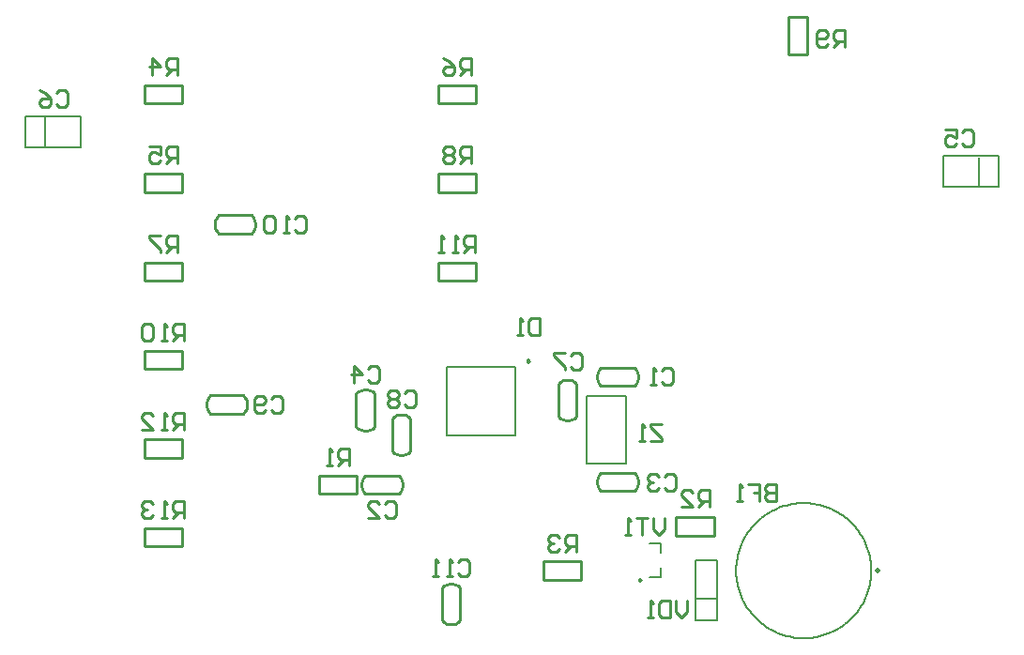
<source format=gbo>
G04*
G04 #@! TF.GenerationSoftware,Altium Limited,Altium Designer,21.9.2 (33)*
G04*
G04 Layer_Color=32896*
%FSLAX25Y25*%
%MOIN*%
G70*
G04*
G04 #@! TF.SameCoordinates,17C33EC5-3FD8-4D5E-BF76-7BF67F947422*
G04*
G04*
G04 #@! TF.FilePolarity,Positive*
G04*
G01*
G75*
%ADD10C,0.01000*%
%ADD11C,0.00787*%
%ADD12C,0.01968*%
%ADD58C,0.00984*%
D10*
X71850Y101673D02*
X71209Y100869D01*
X70763Y99942D01*
X70534Y98940D01*
Y97911D01*
X70763Y96908D01*
X71209Y95981D01*
X71850Y95177D01*
X83661D02*
X84303Y95981D01*
X84749Y96908D01*
X84978Y97911D01*
Y98940D01*
X84749Y99942D01*
X84303Y100869D01*
X83661Y101673D01*
X138779Y66634D02*
X139421Y67438D01*
X139867Y68365D01*
X140096Y69368D01*
Y70396D01*
X139867Y71399D01*
X139421Y72326D01*
X138779Y73130D01*
X126969D02*
X126327Y72326D01*
X125881Y71399D01*
X125652Y70396D01*
Y69368D01*
X125881Y68365D01*
X126327Y67438D01*
X126969Y66634D01*
X74803Y165650D02*
X74162Y164845D01*
X73716Y163919D01*
X73487Y162916D01*
Y161887D01*
X73716Y160884D01*
X74162Y159958D01*
X74803Y159153D01*
X86614D02*
X87256Y159958D01*
X87702Y160884D01*
X87931Y161887D01*
Y162916D01*
X87702Y163919D01*
X87256Y164845D01*
X86614Y165650D01*
X160728Y33465D02*
X159924Y34106D01*
X158997Y34552D01*
X157995Y34781D01*
X156966D01*
X155963Y34552D01*
X155036Y34106D01*
X154232Y33465D01*
Y21654D02*
X155036Y21012D01*
X155963Y20566D01*
X156966Y20337D01*
X157995D01*
X158997Y20566D01*
X159924Y21012D01*
X160728Y21654D01*
X136516Y81693D02*
X137320Y81052D01*
X138247Y80605D01*
X139250Y80376D01*
X140278D01*
X141281Y80605D01*
X142208Y81052D01*
X143012Y81693D01*
Y93504D02*
X142208Y94145D01*
X141281Y94591D01*
X140278Y94820D01*
X139250D01*
X138247Y94591D01*
X137320Y94145D01*
X136516Y93504D01*
X130217Y102362D02*
X129412Y103004D01*
X128486Y103450D01*
X127483Y103679D01*
X126454D01*
X125451Y103450D01*
X124525Y103004D01*
X123721Y102362D01*
Y90551D02*
X124525Y89910D01*
X125451Y89464D01*
X126454Y89235D01*
X127483D01*
X128486Y89464D01*
X129412Y89910D01*
X130217Y90551D01*
X195571Y94095D02*
X196375Y93453D01*
X197302Y93007D01*
X198305Y92778D01*
X199333D01*
X200336Y93007D01*
X201263Y93453D01*
X202067Y94095D01*
Y105905D02*
X201263Y106547D01*
X200336Y106993D01*
X199333Y107222D01*
X198305D01*
X197302Y106993D01*
X196375Y106547D01*
X195571Y105905D01*
X222441Y105020D02*
X223082Y105824D01*
X223529Y106751D01*
X223757Y107753D01*
Y108782D01*
X223529Y109785D01*
X223082Y110712D01*
X222441Y111516D01*
X210630D02*
X209989Y110712D01*
X209542Y109785D01*
X209313Y108782D01*
Y107753D01*
X209542Y106751D01*
X209989Y105824D01*
X210630Y105020D01*
X222441Y67618D02*
X223082Y68422D01*
X223529Y69349D01*
X223757Y70352D01*
Y71380D01*
X223529Y72383D01*
X223082Y73310D01*
X222441Y74114D01*
X210630D02*
X209989Y73310D01*
X209542Y72383D01*
X209313Y71380D01*
Y70352D01*
X209542Y69349D01*
X209989Y68422D01*
X210630Y67618D01*
X71850Y101673D02*
X83661D01*
X71850Y95177D02*
X83661D01*
X110433Y66634D02*
Y73130D01*
X123819Y66634D02*
Y73130D01*
X110433Y66634D02*
X123819D01*
X110433Y73130D02*
X123819D01*
X126969Y66634D02*
X138779D01*
X126969Y73130D02*
X138779D01*
X74803Y165650D02*
X86614D01*
X74803Y159153D02*
X86614D01*
X160728Y21654D02*
Y33465D01*
X154232Y21654D02*
Y33465D01*
X48425Y47933D02*
Y54429D01*
X61811Y47933D02*
Y54429D01*
X48425Y47933D02*
X61811D01*
X48425Y54429D02*
X61811D01*
X48425Y110925D02*
Y117421D01*
X61811Y110925D02*
Y117421D01*
X48425Y110925D02*
X61811D01*
X48425Y117421D02*
X61811D01*
X48425Y142421D02*
Y148917D01*
X61811Y142421D02*
Y148917D01*
X48425Y142421D02*
X61811D01*
X48425Y148917D02*
X61811D01*
X48425Y173917D02*
Y180413D01*
X61811Y173917D02*
Y180413D01*
X48425Y173917D02*
X61811D01*
X48425Y180413D02*
X61811D01*
X48425Y205413D02*
Y211910D01*
X61811Y205413D02*
Y211910D01*
X48425Y205413D02*
X61811D01*
X48425Y211910D02*
X61811D01*
X48425Y79429D02*
Y85925D01*
X61811Y79429D02*
Y85925D01*
X48425Y79429D02*
X61811D01*
X48425Y85925D02*
X61811D01*
X277264Y222638D02*
Y236024D01*
X283760Y222638D02*
Y236024D01*
X277264D02*
X283760D01*
X277264Y222638D02*
X283760D01*
X152756Y205413D02*
X166142D01*
X152756Y211910D02*
X166142D01*
X152756Y205413D02*
Y211910D01*
X166142Y205413D02*
Y211910D01*
X152756Y173917D02*
X166142D01*
X152756Y180413D02*
X166142D01*
X152756Y173917D02*
Y180413D01*
X166142Y173917D02*
Y180413D01*
X152756Y142421D02*
X166142D01*
X152756Y148917D02*
X166142D01*
X152756Y142421D02*
Y148917D01*
X166142Y142421D02*
Y148917D01*
X237402Y51870D02*
X250787D01*
X237402Y58366D02*
X250787D01*
X237402Y51870D02*
Y58366D01*
X250787Y51870D02*
Y58366D01*
X190157Y36122D02*
X203543D01*
X190157Y42618D02*
X203543D01*
X190157Y36122D02*
Y42618D01*
X203543Y36122D02*
Y42618D01*
X136516Y81693D02*
Y93504D01*
X143012Y81693D02*
Y93504D01*
X130217Y90551D02*
Y102362D01*
X123721Y90551D02*
Y102362D01*
X195571Y94095D02*
Y105905D01*
X202067Y94095D02*
Y105905D01*
X210630Y105020D02*
X222441D01*
X210630Y111516D02*
X222441D01*
X210630Y67618D02*
X222441D01*
X210630Y74114D02*
X222441D01*
X338875Y195072D02*
X339875Y196072D01*
X341874D01*
X342874Y195072D01*
Y191074D01*
X341874Y190074D01*
X339875D01*
X338875Y191074D01*
X332877Y196072D02*
X336876D01*
Y193073D01*
X334877Y194073D01*
X333877D01*
X332877Y193073D01*
Y191074D01*
X333877Y190074D01*
X335876D01*
X336876Y191074D01*
X233376Y58117D02*
Y54118D01*
X231376Y52119D01*
X229377Y54118D01*
Y58117D01*
X227378D02*
X223379D01*
X225378D01*
Y52119D01*
X221380D02*
X219380D01*
X220380D01*
Y58117D01*
X221380Y57117D01*
X272746Y69928D02*
Y63930D01*
X269747D01*
X268747Y64930D01*
Y65929D01*
X269747Y66929D01*
X272746D01*
X269747D01*
X268747Y67929D01*
Y68928D01*
X269747Y69928D01*
X272746D01*
X262749D02*
X266748D01*
Y66929D01*
X264748D01*
X266748D01*
Y63930D01*
X260750D02*
X258750D01*
X259750D01*
Y69928D01*
X260750Y68928D01*
X232345Y91582D02*
X228346D01*
Y90582D01*
X232345Y86583D01*
Y85584D01*
X228346D01*
X226347D02*
X224348D01*
X225347D01*
Y91582D01*
X226347Y90582D01*
X241250Y28590D02*
Y24591D01*
X239250Y22591D01*
X237251Y24591D01*
Y28590D01*
X235252D02*
Y22591D01*
X232253D01*
X231253Y23591D01*
Y27590D01*
X232253Y28590D01*
X235252D01*
X229254Y22591D02*
X227254D01*
X228254D01*
Y28590D01*
X229254Y27590D01*
X62616Y58025D02*
Y64023D01*
X59617D01*
X58617Y63023D01*
Y61024D01*
X59617Y60024D01*
X62616D01*
X60616D02*
X58617Y58025D01*
X56618D02*
X54618D01*
X55618D01*
Y64023D01*
X56618Y63023D01*
X51619D02*
X50620Y64023D01*
X48620D01*
X47620Y63023D01*
Y62023D01*
X48620Y61024D01*
X49620D01*
X48620D01*
X47620Y60024D01*
Y59024D01*
X48620Y58025D01*
X50620D01*
X51619Y59024D01*
X62616Y89521D02*
Y95519D01*
X59617D01*
X58617Y94519D01*
Y92520D01*
X59617Y91520D01*
X62616D01*
X60616D02*
X58617Y89521D01*
X56618D02*
X54618D01*
X55618D01*
Y95519D01*
X56618Y94519D01*
X47620Y89521D02*
X51619D01*
X47620Y93519D01*
Y94519D01*
X48620Y95519D01*
X50620D01*
X51619Y94519D01*
X297321Y225347D02*
Y231346D01*
X294322D01*
X293322Y230346D01*
Y228346D01*
X294322Y227347D01*
X297321D01*
X295322D02*
X293322Y225347D01*
X291323Y226347D02*
X290323Y225347D01*
X288324D01*
X287324Y226347D01*
Y230346D01*
X288324Y231346D01*
X290323D01*
X291323Y230346D01*
Y229346D01*
X290323Y228346D01*
X287324D01*
X165947Y152513D02*
Y158511D01*
X162948D01*
X161948Y157511D01*
Y155512D01*
X162948Y154512D01*
X165947D01*
X163947D02*
X161948Y152513D01*
X159949D02*
X157949D01*
X158949D01*
Y158511D01*
X159949Y157511D01*
X154950Y152513D02*
X152951D01*
X153951D01*
Y158511D01*
X154950Y157511D01*
X62616Y121017D02*
Y127015D01*
X59617D01*
X58617Y126015D01*
Y124016D01*
X59617Y123016D01*
X62616D01*
X60616D02*
X58617Y121017D01*
X56618D02*
X54618D01*
X55618D01*
Y127015D01*
X56618Y126015D01*
X51619D02*
X50620Y127015D01*
X48620D01*
X47620Y126015D01*
Y122016D01*
X48620Y121017D01*
X50620D01*
X51619Y122016D01*
Y126015D01*
X164447Y184009D02*
Y190007D01*
X161448D01*
X160449Y189007D01*
Y187008D01*
X161448Y186008D01*
X164447D01*
X162448D02*
X160449Y184009D01*
X158449Y189007D02*
X157449Y190007D01*
X155450D01*
X154450Y189007D01*
Y188007D01*
X155450Y187008D01*
X154450Y186008D01*
Y185009D01*
X155450Y184009D01*
X157449D01*
X158449Y185009D01*
Y186008D01*
X157449Y187008D01*
X158449Y188007D01*
Y189007D01*
X157449Y187008D02*
X155450D01*
X60116Y152513D02*
Y158511D01*
X57117D01*
X56118Y157511D01*
Y155512D01*
X57117Y154512D01*
X60116D01*
X58117D02*
X56118Y152513D01*
X54118Y158511D02*
X50120D01*
Y157511D01*
X54118Y153513D01*
Y152513D01*
X164447Y215505D02*
Y221503D01*
X161448D01*
X160449Y220503D01*
Y218504D01*
X161448Y217504D01*
X164447D01*
X162448D02*
X160449Y215505D01*
X154450Y221503D02*
X156450Y220503D01*
X158449Y218504D01*
Y216505D01*
X157449Y215505D01*
X155450D01*
X154450Y216505D01*
Y217504D01*
X155450Y218504D01*
X158449D01*
X60116Y184009D02*
Y190007D01*
X57117D01*
X56118Y189007D01*
Y187008D01*
X57117Y186008D01*
X60116D01*
X58117D02*
X56118Y184009D01*
X50120Y190007D02*
X54118D01*
Y187008D01*
X52119Y188007D01*
X51119D01*
X50120Y187008D01*
Y185009D01*
X51119Y184009D01*
X53119D01*
X54118Y185009D01*
X60116Y215505D02*
Y221503D01*
X57117D01*
X56118Y220503D01*
Y218504D01*
X57117Y217504D01*
X60116D01*
X58117D02*
X56118Y215505D01*
X51119D02*
Y221503D01*
X54118Y218504D01*
X50120D01*
X201849Y46214D02*
Y52212D01*
X198850D01*
X197850Y51212D01*
Y49213D01*
X198850Y48213D01*
X201849D01*
X199849D02*
X197850Y46214D01*
X195851Y51212D02*
X194851Y52212D01*
X192852D01*
X191852Y51212D01*
Y50212D01*
X192852Y49213D01*
X193851D01*
X192852D01*
X191852Y48213D01*
Y47213D01*
X192852Y46214D01*
X194851D01*
X195851Y47213D01*
X249093Y61962D02*
Y67960D01*
X246094D01*
X245094Y66960D01*
Y64961D01*
X246094Y63961D01*
X249093D01*
X247094D02*
X245094Y61962D01*
X239096D02*
X243095D01*
X239096Y65960D01*
Y66960D01*
X240096Y67960D01*
X242095D01*
X243095Y66960D01*
X121125Y76725D02*
Y82723D01*
X118126D01*
X117126Y81724D01*
Y79724D01*
X118126Y78725D01*
X121125D01*
X119125D02*
X117126Y76725D01*
X115127D02*
X113127D01*
X114127D01*
Y82723D01*
X115127Y81724D01*
X189038Y128983D02*
Y122985D01*
X186039D01*
X185039Y123985D01*
Y127984D01*
X186039Y128983D01*
X189038D01*
X183040Y122985D02*
X181041D01*
X182040D01*
Y128983D01*
X183040Y127984D01*
X159979Y42354D02*
X160979Y43353D01*
X162978D01*
X163978Y42354D01*
Y38355D01*
X162978Y37355D01*
X160979D01*
X159979Y38355D01*
X157980Y37355D02*
X155981D01*
X156981D01*
Y43353D01*
X157980Y42354D01*
X152982Y37355D02*
X150982D01*
X151982D01*
Y43353D01*
X152982Y42354D01*
X101924Y164401D02*
X102924Y165401D01*
X104923D01*
X105923Y164401D01*
Y160402D01*
X104923Y159403D01*
X102924D01*
X101924Y160402D01*
X99925Y159403D02*
X97925D01*
X98925D01*
Y165401D01*
X99925Y164401D01*
X94926D02*
X93927Y165401D01*
X91927D01*
X90928Y164401D01*
Y160402D01*
X91927Y159403D01*
X93927D01*
X94926Y160402D01*
Y164401D01*
X93519Y100425D02*
X94519Y101424D01*
X96518D01*
X97518Y100425D01*
Y96426D01*
X96518Y95426D01*
X94519D01*
X93519Y96426D01*
X91520D02*
X90520Y95426D01*
X88521D01*
X87521Y96426D01*
Y100425D01*
X88521Y101424D01*
X90520D01*
X91520Y100425D01*
Y99425D01*
X90520Y98425D01*
X87521D01*
X140763Y102393D02*
X141763Y103393D01*
X143763D01*
X144762Y102393D01*
Y98394D01*
X143763Y97395D01*
X141763D01*
X140763Y98394D01*
X138764Y102393D02*
X137764Y103393D01*
X135765D01*
X134765Y102393D01*
Y101393D01*
X135765Y100394D01*
X134765Y99394D01*
Y98394D01*
X135765Y97395D01*
X137764D01*
X138764Y98394D01*
Y99394D01*
X137764Y100394D01*
X138764Y101393D01*
Y102393D01*
X137764Y100394D02*
X135765D01*
X199819Y115779D02*
X200818Y116779D01*
X202818D01*
X203817Y115779D01*
Y111780D01*
X202818Y110781D01*
X200818D01*
X199819Y111780D01*
X197819Y116779D02*
X193821D01*
Y115779D01*
X197819Y111780D01*
Y110781D01*
X17141Y209086D02*
X18141Y210086D01*
X20140D01*
X21140Y209086D01*
Y205087D01*
X20140Y204088D01*
X18141D01*
X17141Y205087D01*
X11143Y210086D02*
X13143Y209086D01*
X15142Y207087D01*
Y205087D01*
X14142Y204088D01*
X12143D01*
X11143Y205087D01*
Y206087D01*
X12143Y207087D01*
X15142D01*
X127968Y111251D02*
X128968Y112251D01*
X130967D01*
X131967Y111251D01*
Y107253D01*
X130967Y106253D01*
X128968D01*
X127968Y107253D01*
X122970Y106253D02*
Y112251D01*
X125969Y109252D01*
X121970D01*
X233283Y72865D02*
X234283Y73865D01*
X236282D01*
X237282Y72865D01*
Y68867D01*
X236282Y67867D01*
X234283D01*
X233283Y68867D01*
X231284Y72865D02*
X230284Y73865D01*
X228285D01*
X227285Y72865D01*
Y71866D01*
X228285Y70866D01*
X229284D01*
X228285D01*
X227285Y69867D01*
Y68867D01*
X228285Y67867D01*
X230284D01*
X231284Y68867D01*
X133874Y63023D02*
X134873Y64023D01*
X136873D01*
X137872Y63023D01*
Y59024D01*
X136873Y58025D01*
X134873D01*
X133874Y59024D01*
X127876Y58025D02*
X131874D01*
X127876Y62023D01*
Y63023D01*
X128875Y64023D01*
X130875D01*
X131874Y63023D01*
X232283Y110267D02*
X233283Y111267D01*
X235282D01*
X236282Y110267D01*
Y106268D01*
X235282Y105269D01*
X233283D01*
X232283Y106268D01*
X230284Y105269D02*
X228285D01*
X229284D01*
Y111267D01*
X230284Y110267D01*
D11*
X306693Y39370D02*
X306672Y40369D01*
X306610Y41366D01*
X306506Y42360D01*
X306361Y43349D01*
X306175Y44331D01*
X305948Y45304D01*
X305681Y46267D01*
X305375Y47218D01*
X305029Y48155D01*
X304644Y49077D01*
X304221Y49983D01*
X303761Y50870D01*
X303264Y51737D01*
X302732Y52582D01*
X302165Y53405D01*
X301564Y54204D01*
X300931Y54977D01*
X300266Y55722D01*
X299570Y56440D01*
X298846Y57128D01*
X298093Y57785D01*
X297313Y58410D01*
X296509Y59003D01*
X295680Y59561D01*
X294829Y60085D01*
X293957Y60572D01*
X293065Y61023D01*
X292155Y61436D01*
X291229Y61812D01*
X290288Y62148D01*
X289334Y62445D01*
X288369Y62702D01*
X287393Y62918D01*
X286409Y63094D01*
X285419Y63229D01*
X284424Y63322D01*
X283426Y63374D01*
X282427Y63384D01*
X281429Y63353D01*
X280432Y63281D01*
X279439Y63167D01*
X278452Y63011D01*
X277472Y62815D01*
X276502Y62578D01*
X275542Y62301D01*
X274594Y61985D01*
X273660Y61629D01*
X272742Y61234D01*
X271841Y60802D01*
X270959Y60333D01*
X270097Y59827D01*
X269257Y59286D01*
X268440Y58711D01*
X267648Y58102D01*
X266882Y57460D01*
X266143Y56788D01*
X265433Y56085D01*
X264752Y55353D01*
X264103Y54593D01*
X263486Y53808D01*
X262902Y52997D01*
X262352Y52162D01*
X261837Y51306D01*
X261359Y50428D01*
X260917Y49532D01*
X260513Y48618D01*
X260148Y47688D01*
X259821Y46744D01*
X259535Y45787D01*
X259288Y44818D01*
X259081Y43841D01*
X258916Y42855D01*
X258791Y41864D01*
X258708Y40868D01*
X258667Y39870D01*
Y38870D01*
X258708Y37872D01*
X258791Y36876D01*
X258916Y35885D01*
X259081Y34899D01*
X259288Y33922D01*
X259535Y32953D01*
X259822Y31996D01*
X260148Y31052D01*
X260513Y30122D01*
X260917Y29208D01*
X261359Y28312D01*
X261837Y27434D01*
X262352Y26578D01*
X262902Y25743D01*
X263486Y24933D01*
X264103Y24147D01*
X264752Y23387D01*
X265433Y22655D01*
X266143Y21952D01*
X266882Y21280D01*
X267648Y20638D01*
X268440Y20029D01*
X269257Y19454D01*
X270097Y18913D01*
X270959Y18407D01*
X271841Y17938D01*
X272742Y17506D01*
X273660Y17111D01*
X274594Y16756D01*
X275542Y16439D01*
X276502Y16162D01*
X277472Y15925D01*
X278452Y15729D01*
X279439Y15574D01*
X280432Y15460D01*
X281429Y15387D01*
X282427Y15356D01*
X283427Y15366D01*
X284424Y15418D01*
X285419Y15511D01*
X286409Y15646D01*
X287393Y15822D01*
X288369Y16038D01*
X289334Y16295D01*
X290288Y16592D01*
X291229Y16929D01*
X292155Y17304D01*
X293065Y17717D01*
X293957Y18168D01*
X294829Y18656D01*
X295680Y19179D01*
X296509Y19737D01*
X297313Y20330D01*
X298093Y20955D01*
X298846Y21612D01*
X299570Y22300D01*
X300266Y23018D01*
X300931Y23764D01*
X301564Y24536D01*
X302165Y25335D01*
X302732Y26158D01*
X303264Y27003D01*
X303761Y27871D01*
X304221Y28758D01*
X304644Y29663D01*
X305028Y30585D01*
X305375Y31522D01*
X305681Y32473D01*
X305948Y33436D01*
X306175Y34409D01*
X306361Y35391D01*
X306506Y36380D01*
X306610Y37374D01*
X306672Y38371D01*
X306693Y39370D01*
X344882Y175591D02*
Y186221D01*
X332283Y186614D02*
X351969D01*
X332283Y175591D02*
Y186614D01*
Y175591D02*
X351969D01*
Y186614D01*
X13386Y190157D02*
Y200787D01*
X6299Y189764D02*
X25984D01*
Y200787D01*
X6299D02*
X25984D01*
X6299Y189764D02*
Y200787D01*
X227953Y37205D02*
X231890D01*
Y40354D01*
X227953Y49016D02*
X231890D01*
Y45866D02*
Y49016D01*
X244390Y29528D02*
X251673D01*
X244291Y43110D02*
X251772D01*
X244291Y21850D02*
Y43110D01*
Y21850D02*
X251772D01*
Y43110D01*
X219598Y77567D02*
Y101567D01*
X205598D02*
X219598D01*
X205598Y77567D02*
Y101567D01*
Y77567D02*
X219598D01*
X180315Y87402D02*
Y111811D01*
X155905Y87402D02*
Y111811D01*
X180315D01*
X155905Y87402D02*
X180315D01*
D12*
X309055Y39370D02*
D03*
D58*
X224902Y36024D02*
X224163Y36450D01*
Y35597D01*
X224902Y36024D01*
X185236Y113878D02*
X184498Y114304D01*
Y113452D01*
X185236Y113878D01*
M02*

</source>
